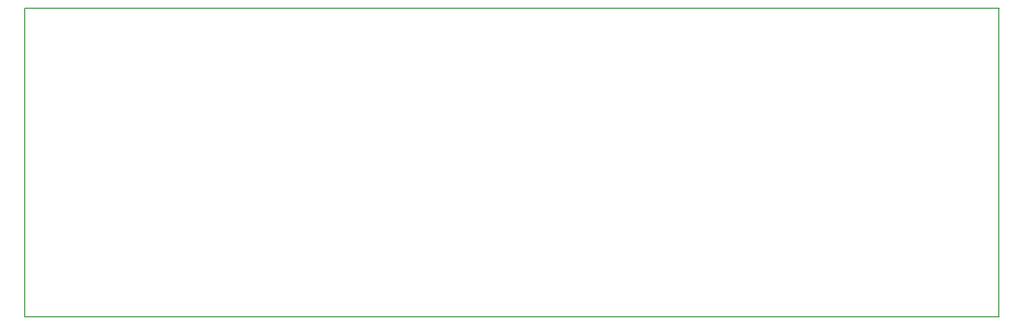
<source format=gbr>
%TF.GenerationSoftware,KiCad,Pcbnew,(2017-03-23 revision 5aa1610)-master*%
%TF.CreationDate,2017-05-13T11:46:19+02:00*%
%TF.ProjectId,aPortableInductionHeater,61506F727461626C65496E6475637469,rev?*%
%TF.FileFunction,Profile,NP*%
%FSLAX45Y45*%
G04 Gerber Fmt 4.5, Leading zero omitted, Abs format (unit mm)*
G04 Created by KiCad (PCBNEW (2017-03-23 revision 5aa1610)-master) date 2017 May 13, Saturday 11:46:19*
%MOMM*%
%LPD*%
G01*
G04 APERTURE LIST*
%ADD10C,0.100000*%
%ADD11C,0.150000*%
G04 APERTURE END LIST*
D10*
D11*
X8610600Y-9461200D02*
X24644600Y-9461200D01*
X24638000Y-9461200D02*
X24638000Y-14541200D01*
X12979400Y-14541200D02*
X24644600Y-14541200D01*
X12979400Y-14541200D02*
X12928600Y-14541200D01*
X8610600Y-9461200D02*
X8610600Y-14541200D01*
X8610600Y-14541200D02*
X12928600Y-14541200D01*
M02*

</source>
